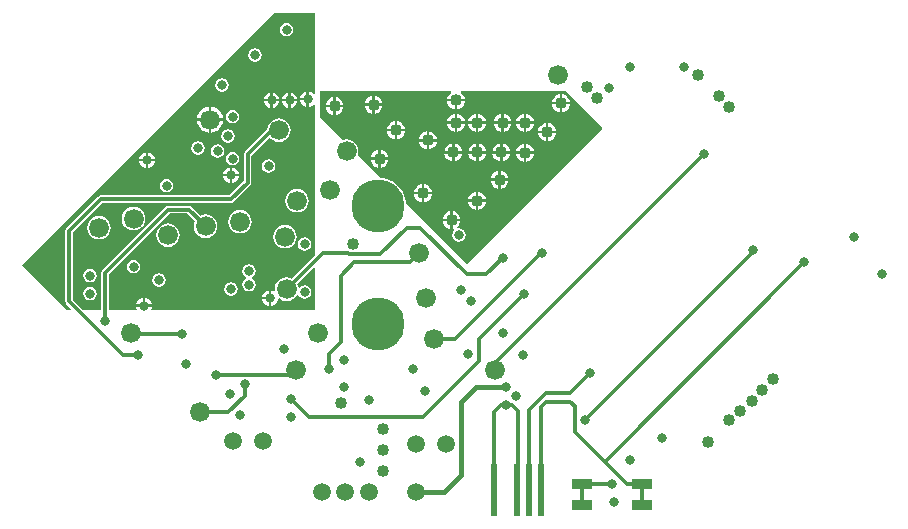
<source format=gbl>
%FSLAX24Y24*%
%MOIN*%
G70*
G01*
G75*
G04 Layer_Physical_Order=4*
G04 Layer_Color=16711680*
%ADD10R,0.0354X0.0276*%
%ADD11R,0.0315X0.0354*%
%ADD12R,0.0354X0.0315*%
%ADD13R,0.0236X0.0197*%
%ADD14R,0.0236X0.0591*%
%ADD15R,0.0197X0.0236*%
%ADD16R,0.0335X0.0157*%
%ADD17R,0.0276X0.0354*%
%ADD18R,0.0157X0.0335*%
%ADD19R,0.0512X0.0217*%
%ADD20R,0.0157X0.0157*%
%ADD21R,0.0118X0.0209*%
%ADD22R,0.0118X0.0193*%
%ADD23O,0.0118X0.0650*%
%ADD24R,0.0394X0.0217*%
G04:AMPARAMS|DCode=25|XSize=59.8mil|YSize=30mil|CornerRadius=0mil|HoleSize=0mil|Usage=FLASHONLY|Rotation=225.000|XOffset=0mil|YOffset=0mil|HoleType=Round|Shape=Rectangle|*
%AMROTATEDRECTD25*
4,1,4,0.0106,0.0318,0.0318,0.0106,-0.0106,-0.0318,-0.0318,-0.0106,0.0106,0.0318,0.0*
%
%ADD25ROTATEDRECTD25*%

G04:AMPARAMS|DCode=26|XSize=59.8mil|YSize=30mil|CornerRadius=0mil|HoleSize=0mil|Usage=FLASHONLY|Rotation=135.000|XOffset=0mil|YOffset=0mil|HoleType=Round|Shape=Rectangle|*
%AMROTATEDRECTD26*
4,1,4,0.0318,-0.0106,0.0106,-0.0318,-0.0318,0.0106,-0.0106,0.0318,0.0318,-0.0106,0.0*
%
%ADD26ROTATEDRECTD26*%

G04:AMPARAMS|DCode=27|XSize=60mil|YSize=30mil|CornerRadius=0mil|HoleSize=0mil|Usage=FLASHONLY|Rotation=135.000|XOffset=0mil|YOffset=0mil|HoleType=Round|Shape=Rectangle|*
%AMROTATEDRECTD27*
4,1,4,0.0318,-0.0106,0.0106,-0.0318,-0.0318,0.0106,-0.0106,0.0318,0.0318,-0.0106,0.0*
%
%ADD27ROTATEDRECTD27*%

%ADD28R,0.0240X0.1750*%
G04:AMPARAMS|DCode=29|XSize=35.4mil|YSize=31.5mil|CornerRadius=0mil|HoleSize=0mil|Usage=FLASHONLY|Rotation=315.000|XOffset=0mil|YOffset=0mil|HoleType=Round|Shape=Rectangle|*
%AMROTATEDRECTD29*
4,1,4,-0.0237,0.0014,-0.0014,0.0237,0.0237,-0.0014,0.0014,-0.0237,-0.0237,0.0014,0.0*
%
%ADD29ROTATEDRECTD29*%

%ADD30R,0.0098X0.0591*%
%ADD31R,0.0394X0.0591*%
%ADD32C,0.0120*%
%ADD33C,0.0150*%
%ADD34C,0.0200*%
%ADD35C,0.0984*%
%ADD36C,0.0591*%
%ADD37C,0.0661*%
%ADD38C,0.1772*%
%ADD39C,0.0400*%
%ADD40C,0.0320*%
%ADD41R,0.0661X0.0319*%
G36*
X9900Y14216D02*
X9853Y14199D01*
X9839Y14218D01*
X9784Y14259D01*
X9721Y14285D01*
X9693Y14289D01*
Y14032D01*
Y13775D01*
X9721Y13779D01*
X9784Y13805D01*
X9839Y13847D01*
X9853Y13865D01*
X9900Y13849D01*
Y8823D01*
X9127Y8050D01*
X9052Y8081D01*
X8950Y8094D01*
X8848Y8081D01*
X8753Y8041D01*
X8671Y7979D01*
X8609Y7897D01*
X8569Y7802D01*
X8556Y7700D01*
X8560Y7665D01*
X8553Y7655D01*
X8521Y7631D01*
X8468Y7653D01*
X8440Y7657D01*
Y7400D01*
Y7143D01*
X8468Y7147D01*
X8531Y7173D01*
X8585Y7215D01*
X8627Y7269D01*
X8653Y7332D01*
X8659Y7376D01*
X8705Y7395D01*
X8753Y7359D01*
X8848Y7319D01*
X8950Y7306D01*
X9052Y7319D01*
X9147Y7359D01*
X9229Y7421D01*
X9291Y7503D01*
X9294Y7508D01*
X9343Y7513D01*
X9391Y7441D01*
X9464Y7393D01*
X9550Y7376D01*
X9636Y7393D01*
X9709Y7441D01*
X9757Y7514D01*
X9774Y7600D01*
X9757Y7686D01*
X9709Y7759D01*
X9636Y7807D01*
X9550Y7824D01*
X9464Y7807D01*
X9391Y7759D01*
X9385Y7749D01*
X9336Y7760D01*
X9331Y7802D01*
X9300Y7877D01*
X9854Y8431D01*
X9900Y8412D01*
Y7000D01*
X4464D01*
X4437Y7042D01*
X4453Y7082D01*
X4457Y7110D01*
X3943D01*
X3947Y7082D01*
X3963Y7042D01*
X3936Y7000D01*
X3022D01*
Y8199D01*
X5051Y10228D01*
X5649D01*
X5900Y9977D01*
X5869Y9902D01*
X5856Y9800D01*
X5869Y9698D01*
X5909Y9603D01*
X5971Y9521D01*
X6053Y9459D01*
X6148Y9419D01*
X6250Y9406D01*
X6352Y9419D01*
X6447Y9459D01*
X6529Y9521D01*
X6591Y9603D01*
X6631Y9698D01*
X6644Y9800D01*
X6631Y9902D01*
X6591Y9997D01*
X6529Y10079D01*
X6447Y10141D01*
X6352Y10181D01*
X6250Y10194D01*
X6148Y10181D01*
X6073Y10150D01*
X5787Y10437D01*
X5747Y10463D01*
X5700Y10472D01*
X5000D01*
X4953Y10463D01*
X4913Y10437D01*
X2813Y8337D01*
X2787Y8297D01*
X2778Y8250D01*
Y7000D01*
X2173D01*
X1822Y7351D01*
Y9599D01*
X2801Y10578D01*
X7100D01*
X7147Y10587D01*
X7187Y10613D01*
X7187Y10613D01*
X7187Y10613D01*
X7737Y11163D01*
X7763Y11203D01*
X7763Y11203D01*
X7763Y11203D01*
X7772Y11250D01*
Y12149D01*
X8361Y12738D01*
X8411Y12735D01*
X8421Y12721D01*
X8503Y12659D01*
X8598Y12619D01*
X8700Y12606D01*
X8802Y12619D01*
X8897Y12659D01*
X8979Y12721D01*
X9041Y12803D01*
X9081Y12898D01*
X9094Y13000D01*
X9081Y13102D01*
X9041Y13197D01*
X8979Y13279D01*
X8897Y13341D01*
X8802Y13381D01*
X8700Y13394D01*
X8598Y13381D01*
X8503Y13341D01*
X8421Y13279D01*
X8359Y13197D01*
X8319Y13102D01*
X8310Y13033D01*
X7563Y12287D01*
X7537Y12247D01*
X7528Y12200D01*
Y11301D01*
X7049Y10822D01*
X2750D01*
X2703Y10813D01*
X2663Y10787D01*
X1613Y9737D01*
X1587Y9697D01*
X1578Y9650D01*
Y7300D01*
X1578Y7300D01*
X1578D01*
X1587Y7253D01*
X1613Y7213D01*
X1781Y7046D01*
X1762Y7000D01*
X1621D01*
X121Y8500D01*
X8535Y16915D01*
X9900D01*
Y14216D01*
D02*
G37*
G36*
X19475Y13075D02*
X19475Y13025D01*
X14950Y8550D01*
X12942Y10558D01*
X12932Y10654D01*
X12878Y10832D01*
X12790Y10997D01*
X12672Y11141D01*
X12528Y11259D01*
X12364Y11347D01*
X12185Y11401D01*
X12090Y11410D01*
X11322Y12178D01*
X11331Y12198D01*
X11344Y12300D01*
X11331Y12402D01*
X11291Y12497D01*
X11229Y12579D01*
X11147Y12641D01*
X11052Y12681D01*
X10950Y12694D01*
X10848Y12681D01*
X10828Y12672D01*
X10050Y13450D01*
Y14300D01*
X14420D01*
X14436Y14253D01*
X14386Y14214D01*
X14338Y14151D01*
X14308Y14078D01*
X14303Y14040D01*
X14897D01*
X14892Y14078D01*
X14862Y14151D01*
X14814Y14214D01*
X14764Y14253D01*
X14780Y14300D01*
X18250D01*
X19475Y13075D01*
D02*
G37*
%LPC*%
G36*
X12347Y12010D02*
X12090D01*
Y11753D01*
X12128Y11758D01*
X12201Y11788D01*
X12264Y11836D01*
X12312Y11899D01*
X12342Y11972D01*
X12347Y12010D01*
D02*
G37*
G36*
X4557Y11960D02*
X4340D01*
Y11743D01*
X4368Y11747D01*
X4431Y11773D01*
X4485Y11815D01*
X4527Y11869D01*
X4553Y11932D01*
X4557Y11960D01*
D02*
G37*
G36*
X12010Y12010D02*
X11753D01*
X11758Y11972D01*
X11788Y11899D01*
X11836Y11836D01*
X11899Y11788D01*
X11972Y11758D01*
X12010Y11753D01*
Y12010D01*
D02*
G37*
G36*
X17197Y12210D02*
X16940D01*
Y11953D01*
X16978Y11958D01*
X17051Y11988D01*
X17114Y12036D01*
X17162Y12099D01*
X17192Y12172D01*
X17197Y12210D01*
D02*
G37*
G36*
X14470Y12220D02*
X14213D01*
X14218Y12182D01*
X14248Y12109D01*
X14296Y12046D01*
X14359Y11998D01*
X14432Y11968D01*
X14470Y11963D01*
Y12220D01*
D02*
G37*
G36*
X7150Y12274D02*
X7064Y12257D01*
X6991Y12209D01*
X6943Y12136D01*
X6926Y12050D01*
X6943Y11964D01*
X6991Y11891D01*
X7064Y11843D01*
X7150Y11826D01*
X7236Y11843D01*
X7309Y11891D01*
X7357Y11964D01*
X7374Y12050D01*
X7357Y12136D01*
X7309Y12209D01*
X7236Y12257D01*
X7150Y12274D01*
D02*
G37*
G36*
X16860Y12210D02*
X16603D01*
X16608Y12172D01*
X16638Y12099D01*
X16686Y12036D01*
X16749Y11988D01*
X16822Y11958D01*
X16860Y11953D01*
Y12210D01*
D02*
G37*
G36*
X4260Y11960D02*
X4043D01*
X4047Y11932D01*
X4073Y11869D01*
X4115Y11815D01*
X4169Y11773D01*
X4232Y11747D01*
X4260Y11743D01*
Y11960D01*
D02*
G37*
G36*
X16010Y11647D02*
X15972Y11642D01*
X15899Y11612D01*
X15836Y11564D01*
X15788Y11501D01*
X15758Y11428D01*
X15753Y11390D01*
X16010D01*
Y11647D01*
D02*
G37*
G36*
X7357Y11460D02*
X7140D01*
Y11243D01*
X7168Y11247D01*
X7231Y11273D01*
X7285Y11315D01*
X7327Y11369D01*
X7353Y11432D01*
X7357Y11460D01*
D02*
G37*
G36*
X7060D02*
X6843D01*
X6847Y11432D01*
X6873Y11369D01*
X6915Y11315D01*
X6969Y11273D01*
X7032Y11247D01*
X7060Y11243D01*
Y11460D01*
D02*
G37*
G36*
X16090Y11647D02*
Y11390D01*
X16347D01*
X16342Y11428D01*
X16312Y11501D01*
X16264Y11564D01*
X16201Y11612D01*
X16128Y11642D01*
X16090Y11647D01*
D02*
G37*
G36*
X8350Y12024D02*
X8264Y12007D01*
X8191Y11959D01*
X8143Y11886D01*
X8126Y11800D01*
X8143Y11714D01*
X8191Y11641D01*
X8264Y11593D01*
X8350Y11576D01*
X8436Y11593D01*
X8509Y11641D01*
X8557Y11714D01*
X8574Y11800D01*
X8557Y11886D01*
X8509Y11959D01*
X8436Y12007D01*
X8350Y12024D01*
D02*
G37*
G36*
X7140Y11757D02*
Y11540D01*
X7357D01*
X7353Y11568D01*
X7327Y11631D01*
X7285Y11685D01*
X7231Y11727D01*
X7168Y11753D01*
X7140Y11757D01*
D02*
G37*
G36*
X7060D02*
X7032Y11753D01*
X6969Y11727D01*
X6915Y11685D01*
X6873Y11631D01*
X6847Y11568D01*
X6843Y11540D01*
X7060D01*
Y11757D01*
D02*
G37*
G36*
X14807Y12220D02*
X14550D01*
Y11963D01*
X14588Y11968D01*
X14661Y11998D01*
X14724Y12046D01*
X14772Y12109D01*
X14802Y12182D01*
X14807Y12220D01*
D02*
G37*
G36*
X16860Y12547D02*
X16822Y12542D01*
X16749Y12512D01*
X16686Y12464D01*
X16638Y12401D01*
X16608Y12328D01*
X16603Y12290D01*
X16860D01*
Y12547D01*
D02*
G37*
G36*
X6000Y12624D02*
X5914Y12607D01*
X5841Y12559D01*
X5793Y12486D01*
X5776Y12400D01*
X5793Y12314D01*
X5841Y12241D01*
X5914Y12193D01*
X6000Y12176D01*
X6086Y12193D01*
X6159Y12241D01*
X6207Y12314D01*
X6224Y12400D01*
X6207Y12486D01*
X6159Y12559D01*
X6086Y12607D01*
X6000Y12624D01*
D02*
G37*
G36*
X12090Y12347D02*
Y12090D01*
X12347D01*
X12342Y12128D01*
X12312Y12201D01*
X12264Y12264D01*
X12201Y12312D01*
X12128Y12342D01*
X12090Y12347D01*
D02*
G37*
G36*
X16940Y12547D02*
Y12290D01*
X17197D01*
X17192Y12328D01*
X17162Y12401D01*
X17114Y12464D01*
X17051Y12512D01*
X16978Y12542D01*
X16940Y12547D01*
D02*
G37*
G36*
X15270Y12557D02*
X15232Y12552D01*
X15159Y12522D01*
X15096Y12474D01*
X15048Y12411D01*
X15018Y12338D01*
X15013Y12300D01*
X15270D01*
Y12557D01*
D02*
G37*
G36*
X14550D02*
Y12300D01*
X14807D01*
X14802Y12338D01*
X14772Y12411D01*
X14724Y12474D01*
X14661Y12522D01*
X14588Y12552D01*
X14550Y12557D01*
D02*
G37*
G36*
X14470D02*
X14432Y12552D01*
X14359Y12522D01*
X14296Y12474D01*
X14248Y12411D01*
X14218Y12338D01*
X14213Y12300D01*
X14470D01*
Y12557D01*
D02*
G37*
G36*
X12010Y12347D02*
X11972Y12342D01*
X11899Y12312D01*
X11836Y12264D01*
X11788Y12201D01*
X11758Y12128D01*
X11753Y12090D01*
X12010D01*
Y12347D01*
D02*
G37*
G36*
X16070Y12220D02*
X15813D01*
X15818Y12182D01*
X15848Y12109D01*
X15896Y12046D01*
X15959Y11998D01*
X16032Y11968D01*
X16070Y11963D01*
Y12220D01*
D02*
G37*
G36*
X15607D02*
X15350D01*
Y11963D01*
X15388Y11968D01*
X15461Y11998D01*
X15524Y12046D01*
X15572Y12109D01*
X15602Y12182D01*
X15607Y12220D01*
D02*
G37*
G36*
X15270D02*
X15013D01*
X15018Y12182D01*
X15048Y12109D01*
X15096Y12046D01*
X15159Y11998D01*
X15232Y11968D01*
X15270Y11963D01*
Y12220D01*
D02*
G37*
G36*
X16407D02*
X16150D01*
Y11963D01*
X16188Y11968D01*
X16261Y11998D01*
X16324Y12046D01*
X16372Y12109D01*
X16402Y12182D01*
X16407Y12220D01*
D02*
G37*
G36*
X6650Y12524D02*
X6564Y12507D01*
X6491Y12459D01*
X6443Y12386D01*
X6426Y12300D01*
X6443Y12214D01*
X6491Y12141D01*
X6564Y12093D01*
X6650Y12076D01*
X6736Y12093D01*
X6809Y12141D01*
X6857Y12214D01*
X6874Y12300D01*
X6857Y12386D01*
X6809Y12459D01*
X6736Y12507D01*
X6650Y12524D01*
D02*
G37*
G36*
X4340Y12257D02*
Y12040D01*
X4557D01*
X4553Y12068D01*
X4527Y12131D01*
X4485Y12185D01*
X4431Y12227D01*
X4368Y12253D01*
X4340Y12257D01*
D02*
G37*
G36*
X4260D02*
X4232Y12253D01*
X4169Y12227D01*
X4115Y12185D01*
X4073Y12131D01*
X4047Y12068D01*
X4043Y12040D01*
X4260D01*
Y12257D01*
D02*
G37*
G36*
X16347Y11310D02*
X16090D01*
Y11053D01*
X16128Y11058D01*
X16201Y11088D01*
X16264Y11136D01*
X16312Y11199D01*
X16342Y11272D01*
X16347Y11310D01*
D02*
G37*
G36*
X9550Y9424D02*
X9464Y9407D01*
X9391Y9359D01*
X9343Y9286D01*
X9326Y9200D01*
X9343Y9114D01*
X9391Y9041D01*
X9464Y8993D01*
X9550Y8976D01*
X9636Y8993D01*
X9709Y9041D01*
X9757Y9114D01*
X9774Y9200D01*
X9757Y9286D01*
X9709Y9359D01*
X9636Y9407D01*
X9550Y9424D01*
D02*
G37*
G36*
X3850Y8674D02*
X3764Y8657D01*
X3691Y8609D01*
X3643Y8536D01*
X3626Y8450D01*
X3643Y8364D01*
X3691Y8291D01*
X3764Y8243D01*
X3850Y8226D01*
X3936Y8243D01*
X4009Y8291D01*
X4057Y8364D01*
X4074Y8450D01*
X4057Y8536D01*
X4009Y8609D01*
X3936Y8657D01*
X3850Y8674D01*
D02*
G37*
G36*
X2400Y8374D02*
X2314Y8357D01*
X2241Y8309D01*
X2193Y8236D01*
X2176Y8150D01*
X2193Y8064D01*
X2241Y7991D01*
X2314Y7943D01*
X2400Y7926D01*
X2486Y7943D01*
X2559Y7991D01*
X2607Y8064D01*
X2624Y8150D01*
X2607Y8236D01*
X2559Y8309D01*
X2486Y8357D01*
X2400Y8374D01*
D02*
G37*
G36*
X8900Y9844D02*
X8798Y9831D01*
X8703Y9791D01*
X8621Y9729D01*
X8559Y9647D01*
X8519Y9552D01*
X8506Y9450D01*
X8519Y9348D01*
X8559Y9253D01*
X8621Y9171D01*
X8703Y9109D01*
X8798Y9069D01*
X8900Y9056D01*
X9002Y9069D01*
X9097Y9109D01*
X9179Y9171D01*
X9241Y9253D01*
X9281Y9348D01*
X9294Y9450D01*
X9281Y9552D01*
X9241Y9647D01*
X9179Y9729D01*
X9097Y9791D01*
X9002Y9831D01*
X8900Y9844D01*
D02*
G37*
G36*
X2700Y10144D02*
X2598Y10131D01*
X2503Y10091D01*
X2421Y10029D01*
X2359Y9947D01*
X2319Y9852D01*
X2306Y9750D01*
X2319Y9648D01*
X2359Y9553D01*
X2421Y9471D01*
X2503Y9409D01*
X2598Y9369D01*
X2700Y9356D01*
X2802Y9369D01*
X2897Y9409D01*
X2979Y9471D01*
X3041Y9553D01*
X3081Y9648D01*
X3094Y9750D01*
X3081Y9852D01*
X3041Y9947D01*
X2979Y10029D01*
X2897Y10091D01*
X2802Y10131D01*
X2700Y10144D01*
D02*
G37*
G36*
X14747Y9960D02*
X14490D01*
Y9703D01*
X14518Y9706D01*
X14536Y9660D01*
X14535Y9659D01*
X14486Y9586D01*
X14469Y9500D01*
X14486Y9414D01*
X14535Y9341D01*
X14607Y9293D01*
X14693Y9276D01*
X14779Y9293D01*
X14852Y9341D01*
X14900Y9414D01*
X14917Y9500D01*
X14900Y9586D01*
X14852Y9659D01*
X14779Y9707D01*
X14693Y9724D01*
X14653Y9716D01*
X14633Y9762D01*
X14664Y9786D01*
X14712Y9849D01*
X14742Y9922D01*
X14747Y9960D01*
D02*
G37*
G36*
X5000Y9894D02*
X4898Y9881D01*
X4803Y9841D01*
X4721Y9779D01*
X4659Y9697D01*
X4619Y9602D01*
X4606Y9500D01*
X4619Y9398D01*
X4659Y9303D01*
X4721Y9221D01*
X4803Y9159D01*
X4898Y9119D01*
X5000Y9106D01*
X5102Y9119D01*
X5197Y9159D01*
X5279Y9221D01*
X5341Y9303D01*
X5381Y9398D01*
X5394Y9500D01*
X5381Y9602D01*
X5341Y9697D01*
X5279Y9779D01*
X5197Y9841D01*
X5102Y9881D01*
X5000Y9894D01*
D02*
G37*
G36*
X4700Y8224D02*
X4614Y8207D01*
X4541Y8159D01*
X4493Y8086D01*
X4476Y8000D01*
X4493Y7914D01*
X4541Y7841D01*
X4614Y7793D01*
X4700Y7776D01*
X4786Y7793D01*
X4859Y7841D01*
X4907Y7914D01*
X4924Y8000D01*
X4907Y8086D01*
X4859Y8159D01*
X4786Y8207D01*
X4700Y8224D01*
D02*
G37*
G36*
X4240Y7407D02*
Y7190D01*
X4457D01*
X4453Y7218D01*
X4427Y7281D01*
X4385Y7335D01*
X4331Y7377D01*
X4268Y7403D01*
X4240Y7407D01*
D02*
G37*
G36*
X4160D02*
X4132Y7403D01*
X4069Y7377D01*
X4015Y7335D01*
X3973Y7281D01*
X3947Y7218D01*
X3943Y7190D01*
X4160D01*
Y7407D01*
D02*
G37*
G36*
X8360Y7360D02*
X8143D01*
X8147Y7332D01*
X8173Y7269D01*
X8215Y7215D01*
X8269Y7173D01*
X8332Y7147D01*
X8360Y7143D01*
Y7360D01*
D02*
G37*
G36*
X2400Y7774D02*
X2314Y7757D01*
X2241Y7709D01*
X2193Y7636D01*
X2176Y7550D01*
X2193Y7464D01*
X2241Y7391D01*
X2314Y7343D01*
X2400Y7326D01*
X2486Y7343D01*
X2559Y7391D01*
X2607Y7464D01*
X2624Y7550D01*
X2607Y7636D01*
X2559Y7709D01*
X2486Y7757D01*
X2400Y7774D01*
D02*
G37*
G36*
X7700Y8524D02*
X7614Y8507D01*
X7541Y8459D01*
X7493Y8386D01*
X7476Y8300D01*
X7493Y8214D01*
X7541Y8141D01*
X7603Y8100D01*
Y8050D01*
X7541Y8009D01*
X7493Y7936D01*
X7476Y7850D01*
X7493Y7764D01*
X7541Y7691D01*
X7614Y7643D01*
X7700Y7626D01*
X7786Y7643D01*
X7859Y7691D01*
X7907Y7764D01*
X7924Y7850D01*
X7907Y7936D01*
X7859Y8009D01*
X7797Y8050D01*
Y8100D01*
X7859Y8141D01*
X7907Y8214D01*
X7924Y8300D01*
X7907Y8386D01*
X7859Y8459D01*
X7786Y8507D01*
X7700Y8524D01*
D02*
G37*
G36*
X7100Y7924D02*
X7014Y7907D01*
X6941Y7859D01*
X6893Y7786D01*
X6876Y7700D01*
X6893Y7614D01*
X6941Y7541D01*
X7014Y7493D01*
X7100Y7476D01*
X7186Y7493D01*
X7259Y7541D01*
X7307Y7614D01*
X7324Y7700D01*
X7307Y7786D01*
X7259Y7859D01*
X7186Y7907D01*
X7100Y7924D01*
D02*
G37*
G36*
X8360Y7657D02*
X8332Y7653D01*
X8269Y7627D01*
X8215Y7585D01*
X8173Y7531D01*
X8147Y7468D01*
X8143Y7440D01*
X8360D01*
Y7657D01*
D02*
G37*
G36*
X7400Y10344D02*
X7298Y10331D01*
X7203Y10291D01*
X7121Y10229D01*
X7059Y10147D01*
X7019Y10052D01*
X7006Y9950D01*
X7019Y9848D01*
X7059Y9753D01*
X7121Y9671D01*
X7203Y9609D01*
X7298Y9569D01*
X7400Y9556D01*
X7502Y9569D01*
X7597Y9609D01*
X7679Y9671D01*
X7741Y9753D01*
X7781Y9848D01*
X7794Y9950D01*
X7781Y10052D01*
X7741Y10147D01*
X7679Y10229D01*
X7597Y10291D01*
X7502Y10331D01*
X7400Y10344D01*
D02*
G37*
G36*
X15340Y10947D02*
Y10690D01*
X15597D01*
X15592Y10728D01*
X15562Y10801D01*
X15514Y10864D01*
X15451Y10912D01*
X15378Y10942D01*
X15340Y10947D01*
D02*
G37*
G36*
X15260D02*
X15222Y10942D01*
X15149Y10912D01*
X15086Y10864D01*
X15038Y10801D01*
X15008Y10728D01*
X15003Y10690D01*
X15260D01*
Y10947D01*
D02*
G37*
G36*
X13797Y10860D02*
X13540D01*
Y10603D01*
X13578Y10608D01*
X13651Y10638D01*
X13714Y10686D01*
X13762Y10749D01*
X13792Y10822D01*
X13797Y10860D01*
D02*
G37*
G36*
X4950Y11374D02*
X4864Y11357D01*
X4791Y11309D01*
X4743Y11236D01*
X4726Y11150D01*
X4743Y11064D01*
X4791Y10991D01*
X4864Y10943D01*
X4950Y10926D01*
X5036Y10943D01*
X5109Y10991D01*
X5157Y11064D01*
X5174Y11150D01*
X5157Y11236D01*
X5109Y11309D01*
X5036Y11357D01*
X4950Y11374D01*
D02*
G37*
G36*
X16010Y11310D02*
X15753D01*
X15758Y11272D01*
X15788Y11199D01*
X15836Y11136D01*
X15899Y11088D01*
X15972Y11058D01*
X16010Y11053D01*
Y11310D01*
D02*
G37*
G36*
X13540Y11197D02*
Y10940D01*
X13797D01*
X13792Y10978D01*
X13762Y11051D01*
X13714Y11114D01*
X13651Y11162D01*
X13578Y11192D01*
X13540Y11197D01*
D02*
G37*
G36*
X13460D02*
X13422Y11192D01*
X13349Y11162D01*
X13286Y11114D01*
X13238Y11051D01*
X13208Y10978D01*
X13203Y10940D01*
X13460D01*
Y11197D01*
D02*
G37*
G36*
Y10860D02*
X13203D01*
X13208Y10822D01*
X13238Y10749D01*
X13286Y10686D01*
X13349Y10638D01*
X13422Y10608D01*
X13460Y10603D01*
Y10860D01*
D02*
G37*
G36*
X14410Y10297D02*
X14372Y10292D01*
X14299Y10262D01*
X14236Y10214D01*
X14188Y10151D01*
X14158Y10078D01*
X14153Y10040D01*
X14410D01*
Y10297D01*
D02*
G37*
G36*
Y9960D02*
X14153D01*
X14158Y9922D01*
X14188Y9849D01*
X14236Y9786D01*
X14299Y9738D01*
X14372Y9708D01*
X14410Y9703D01*
Y9960D01*
D02*
G37*
G36*
X3850Y10444D02*
X3748Y10431D01*
X3653Y10391D01*
X3571Y10329D01*
X3509Y10247D01*
X3469Y10152D01*
X3456Y10050D01*
X3469Y9948D01*
X3509Y9853D01*
X3571Y9771D01*
X3653Y9709D01*
X3748Y9669D01*
X3850Y9656D01*
X3952Y9669D01*
X4047Y9709D01*
X4129Y9771D01*
X4191Y9853D01*
X4231Y9948D01*
X4244Y10050D01*
X4231Y10152D01*
X4191Y10247D01*
X4129Y10329D01*
X4047Y10391D01*
X3952Y10431D01*
X3850Y10444D01*
D02*
G37*
G36*
X14490Y10297D02*
Y10040D01*
X14747D01*
X14742Y10078D01*
X14712Y10151D01*
X14664Y10214D01*
X14601Y10262D01*
X14528Y10292D01*
X14490Y10297D01*
D02*
G37*
G36*
X15597Y10610D02*
X15340D01*
Y10353D01*
X15378Y10358D01*
X15451Y10388D01*
X15514Y10436D01*
X15562Y10499D01*
X15592Y10572D01*
X15597Y10610D01*
D02*
G37*
G36*
X15260D02*
X15003D01*
X15008Y10572D01*
X15038Y10499D01*
X15086Y10436D01*
X15149Y10388D01*
X15222Y10358D01*
X15260Y10353D01*
Y10610D01*
D02*
G37*
G36*
X9300Y11044D02*
X9198Y11031D01*
X9103Y10991D01*
X9021Y10929D01*
X8959Y10847D01*
X8919Y10752D01*
X8906Y10650D01*
X8919Y10548D01*
X8959Y10453D01*
X9021Y10371D01*
X9103Y10309D01*
X9198Y10269D01*
X9300Y10256D01*
X9402Y10269D01*
X9497Y10309D01*
X9579Y10371D01*
X9641Y10453D01*
X9681Y10548D01*
X9694Y10650D01*
X9681Y10752D01*
X9641Y10847D01*
X9579Y10929D01*
X9497Y10991D01*
X9402Y11031D01*
X9300Y11044D01*
D02*
G37*
G36*
X15350Y12557D02*
Y12300D01*
X15607D01*
X15602Y12338D01*
X15572Y12411D01*
X15524Y12474D01*
X15461Y12522D01*
X15388Y12552D01*
X15350Y12557D01*
D02*
G37*
G36*
X14560Y13960D02*
X14303D01*
X14308Y13922D01*
X14338Y13849D01*
X14386Y13786D01*
X14449Y13738D01*
X14522Y13708D01*
X14560Y13703D01*
Y13960D01*
D02*
G37*
G36*
X18397Y13860D02*
X18140D01*
Y13603D01*
X18178Y13608D01*
X18251Y13638D01*
X18314Y13686D01*
X18362Y13749D01*
X18392Y13822D01*
X18397Y13860D01*
D02*
G37*
G36*
X18060D02*
X17803D01*
X17808Y13822D01*
X17838Y13749D01*
X17886Y13686D01*
X17949Y13638D01*
X18022Y13608D01*
X18060Y13603D01*
Y13860D01*
D02*
G37*
G36*
X14897Y13960D02*
X14640D01*
Y13703D01*
X14678Y13708D01*
X14751Y13738D01*
X14814Y13786D01*
X14862Y13849D01*
X14892Y13922D01*
X14897Y13960D01*
D02*
G37*
G36*
X9010D02*
X8793D01*
X8797Y13932D01*
X8823Y13869D01*
X8865Y13815D01*
X8919Y13773D01*
X8982Y13747D01*
X9010Y13743D01*
Y13960D01*
D02*
G37*
G36*
X8707D02*
X8490D01*
Y13743D01*
X8518Y13747D01*
X8581Y13773D01*
X8635Y13815D01*
X8677Y13869D01*
X8703Y13932D01*
X8707Y13960D01*
D02*
G37*
G36*
X8410D02*
X8193D01*
X8197Y13932D01*
X8223Y13869D01*
X8265Y13815D01*
X8319Y13773D01*
X8382Y13747D01*
X8410Y13743D01*
Y13960D01*
D02*
G37*
G36*
X12147Y13810D02*
X11890D01*
Y13553D01*
X11928Y13558D01*
X12001Y13588D01*
X12064Y13636D01*
X12112Y13699D01*
X12142Y13772D01*
X12147Y13810D01*
D02*
G37*
G36*
X6360Y13779D02*
X6288Y13770D01*
X6183Y13726D01*
X6093Y13657D01*
X6024Y13567D01*
X5980Y13462D01*
X5971Y13390D01*
X6360D01*
Y13779D01*
D02*
G37*
G36*
X16940Y13547D02*
Y13290D01*
X17197D01*
X17192Y13328D01*
X17162Y13401D01*
X17114Y13464D01*
X17051Y13512D01*
X16978Y13542D01*
X16940Y13547D01*
D02*
G37*
G36*
X16860D02*
X16822Y13542D01*
X16749Y13512D01*
X16686Y13464D01*
X16638Y13401D01*
X16608Y13328D01*
X16603Y13290D01*
X16860D01*
Y13547D01*
D02*
G37*
G36*
X6440Y13779D02*
Y13390D01*
X6829D01*
X6820Y13462D01*
X6776Y13567D01*
X6707Y13657D01*
X6617Y13726D01*
X6512Y13770D01*
X6440Y13779D01*
D02*
G37*
G36*
X11810Y13810D02*
X11553D01*
X11558Y13772D01*
X11588Y13699D01*
X11636Y13636D01*
X11699Y13588D01*
X11772Y13558D01*
X11810Y13553D01*
Y13810D01*
D02*
G37*
G36*
X10847Y13760D02*
X10590D01*
Y13503D01*
X10628Y13508D01*
X10701Y13538D01*
X10764Y13586D01*
X10812Y13649D01*
X10842Y13722D01*
X10847Y13760D01*
D02*
G37*
G36*
X10510D02*
X10253D01*
X10258Y13722D01*
X10288Y13649D01*
X10336Y13586D01*
X10399Y13538D01*
X10472Y13508D01*
X10510Y13503D01*
Y13760D01*
D02*
G37*
G36*
X9307Y13960D02*
X9090D01*
Y13743D01*
X9118Y13747D01*
X9181Y13773D01*
X9235Y13815D01*
X9277Y13869D01*
X9303Y13932D01*
X9307Y13960D01*
D02*
G37*
G36*
X9090Y14257D02*
Y14040D01*
X9307D01*
X9303Y14068D01*
X9277Y14131D01*
X9235Y14185D01*
X9181Y14227D01*
X9118Y14253D01*
X9090Y14257D01*
D02*
G37*
G36*
X9010D02*
X8982Y14253D01*
X8919Y14227D01*
X8865Y14185D01*
X8823Y14131D01*
X8797Y14068D01*
X8793Y14040D01*
X9010D01*
Y14257D01*
D02*
G37*
G36*
X8490D02*
Y14040D01*
X8707D01*
X8703Y14068D01*
X8677Y14131D01*
X8635Y14185D01*
X8581Y14227D01*
X8518Y14253D01*
X8490Y14257D01*
D02*
G37*
G36*
X9613Y14289D02*
X9585Y14285D01*
X9522Y14259D01*
X9468Y14218D01*
X9426Y14163D01*
X9400Y14100D01*
X9396Y14072D01*
X9613D01*
Y14289D01*
D02*
G37*
G36*
X8950Y16574D02*
X8864Y16557D01*
X8791Y16509D01*
X8743Y16436D01*
X8726Y16350D01*
X8743Y16264D01*
X8791Y16191D01*
X8864Y16143D01*
X8950Y16126D01*
X9036Y16143D01*
X9109Y16191D01*
X9157Y16264D01*
X9174Y16350D01*
X9157Y16436D01*
X9109Y16509D01*
X9036Y16557D01*
X8950Y16574D01*
D02*
G37*
G36*
X7900Y15724D02*
X7814Y15707D01*
X7741Y15659D01*
X7693Y15586D01*
X7676Y15500D01*
X7693Y15414D01*
X7741Y15341D01*
X7814Y15293D01*
X7900Y15276D01*
X7986Y15293D01*
X8059Y15341D01*
X8107Y15414D01*
X8124Y15500D01*
X8107Y15586D01*
X8059Y15659D01*
X7986Y15707D01*
X7900Y15724D01*
D02*
G37*
G36*
X6800Y14724D02*
X6714Y14707D01*
X6641Y14659D01*
X6593Y14586D01*
X6576Y14500D01*
X6593Y14414D01*
X6641Y14341D01*
X6714Y14293D01*
X6800Y14276D01*
X6886Y14293D01*
X6959Y14341D01*
X7007Y14414D01*
X7024Y14500D01*
X7007Y14586D01*
X6959Y14659D01*
X6886Y14707D01*
X6800Y14724D01*
D02*
G37*
G36*
X8410Y14257D02*
X8382Y14253D01*
X8319Y14227D01*
X8265Y14185D01*
X8223Y14131D01*
X8197Y14068D01*
X8193Y14040D01*
X8410D01*
Y14257D01*
D02*
G37*
G36*
X10590Y14097D02*
Y13840D01*
X10847D01*
X10842Y13878D01*
X10812Y13951D01*
X10764Y14014D01*
X10701Y14062D01*
X10628Y14092D01*
X10590Y14097D01*
D02*
G37*
G36*
X10510D02*
X10472Y14092D01*
X10399Y14062D01*
X10336Y14014D01*
X10288Y13951D01*
X10258Y13878D01*
X10253Y13840D01*
X10510D01*
Y14097D01*
D02*
G37*
G36*
X9613Y13992D02*
X9396D01*
X9400Y13964D01*
X9426Y13901D01*
X9468Y13847D01*
X9522Y13805D01*
X9585Y13779D01*
X9613Y13775D01*
Y13992D01*
D02*
G37*
G36*
X11810Y14147D02*
X11772Y14142D01*
X11699Y14112D01*
X11636Y14064D01*
X11588Y14001D01*
X11558Y13928D01*
X11553Y13890D01*
X11810D01*
Y14147D01*
D02*
G37*
G36*
X18140Y14197D02*
Y13940D01*
X18397D01*
X18392Y13978D01*
X18362Y14051D01*
X18314Y14114D01*
X18251Y14162D01*
X18178Y14192D01*
X18140Y14197D01*
D02*
G37*
G36*
X18060D02*
X18022Y14192D01*
X17949Y14162D01*
X17886Y14114D01*
X17838Y14051D01*
X17808Y13978D01*
X17803Y13940D01*
X18060D01*
Y14197D01*
D02*
G37*
G36*
X11890Y14147D02*
Y13890D01*
X12147D01*
X12142Y13928D01*
X12112Y14001D01*
X12064Y14064D01*
X12001Y14112D01*
X11928Y14142D01*
X11890Y14147D01*
D02*
G37*
G36*
X16190Y13547D02*
Y13290D01*
X16447D01*
X16442Y13328D01*
X16412Y13401D01*
X16364Y13464D01*
X16301Y13512D01*
X16228Y13542D01*
X16190Y13547D01*
D02*
G37*
G36*
X12897Y12960D02*
X12640D01*
Y12703D01*
X12678Y12708D01*
X12751Y12738D01*
X12814Y12786D01*
X12862Y12849D01*
X12892Y12922D01*
X12897Y12960D01*
D02*
G37*
G36*
X12560D02*
X12303D01*
X12308Y12922D01*
X12338Y12849D01*
X12386Y12786D01*
X12449Y12738D01*
X12522Y12708D01*
X12560Y12703D01*
Y12960D01*
D02*
G37*
G36*
X13700Y12957D02*
Y12700D01*
X13957D01*
X13952Y12738D01*
X13922Y12811D01*
X13874Y12874D01*
X13811Y12922D01*
X13738Y12952D01*
X13700Y12957D01*
D02*
G37*
G36*
X6360Y13310D02*
X5971D01*
X5980Y13238D01*
X6024Y13133D01*
X6093Y13043D01*
X6183Y12974D01*
X6288Y12930D01*
X6360Y12921D01*
Y13310D01*
D02*
G37*
G36*
X14897Y13210D02*
X14640D01*
Y12953D01*
X14678Y12958D01*
X14751Y12988D01*
X14814Y13036D01*
X14862Y13099D01*
X14892Y13172D01*
X14897Y13210D01*
D02*
G37*
G36*
X14560D02*
X14303D01*
X14308Y13172D01*
X14338Y13099D01*
X14386Y13036D01*
X14449Y12988D01*
X14522Y12958D01*
X14560Y12953D01*
Y13210D01*
D02*
G37*
G36*
X6829Y13310D02*
X6440D01*
Y12921D01*
X6512Y12930D01*
X6617Y12974D01*
X6707Y13043D01*
X6776Y13133D01*
X6820Y13238D01*
X6829Y13310D01*
D02*
G37*
G36*
X13620Y12957D02*
X13582Y12952D01*
X13509Y12922D01*
X13446Y12874D01*
X13398Y12811D01*
X13368Y12738D01*
X13363Y12700D01*
X13620D01*
Y12957D01*
D02*
G37*
G36*
Y12620D02*
X13363D01*
X13368Y12582D01*
X13398Y12509D01*
X13446Y12446D01*
X13509Y12398D01*
X13582Y12368D01*
X13620Y12363D01*
Y12620D01*
D02*
G37*
G36*
X16150Y12557D02*
Y12300D01*
X16407D01*
X16402Y12338D01*
X16372Y12411D01*
X16324Y12474D01*
X16261Y12522D01*
X16188Y12552D01*
X16150Y12557D01*
D02*
G37*
G36*
X16070D02*
X16032Y12552D01*
X15959Y12522D01*
X15896Y12474D01*
X15848Y12411D01*
X15818Y12338D01*
X15813Y12300D01*
X16070D01*
Y12557D01*
D02*
G37*
G36*
X13957Y12620D02*
X13700D01*
Y12363D01*
X13738Y12368D01*
X13811Y12398D01*
X13874Y12446D01*
X13922Y12509D01*
X13952Y12582D01*
X13957Y12620D01*
D02*
G37*
G36*
X17937Y12900D02*
X17680D01*
Y12643D01*
X17718Y12648D01*
X17791Y12678D01*
X17854Y12726D01*
X17902Y12789D01*
X17932Y12862D01*
X17937Y12900D01*
D02*
G37*
G36*
X17600D02*
X17343D01*
X17348Y12862D01*
X17378Y12789D01*
X17426Y12726D01*
X17489Y12678D01*
X17562Y12648D01*
X17600Y12643D01*
Y12900D01*
D02*
G37*
G36*
X7000Y13024D02*
X6914Y13007D01*
X6841Y12959D01*
X6793Y12886D01*
X6776Y12800D01*
X6793Y12714D01*
X6841Y12641D01*
X6914Y12593D01*
X7000Y12576D01*
X7086Y12593D01*
X7159Y12641D01*
X7207Y12714D01*
X7224Y12800D01*
X7207Y12886D01*
X7159Y12959D01*
X7086Y13007D01*
X7000Y13024D01*
D02*
G37*
G36*
X15260Y13210D02*
X15003D01*
X15008Y13172D01*
X15038Y13099D01*
X15086Y13036D01*
X15149Y12988D01*
X15222Y12958D01*
X15260Y12953D01*
Y13210D01*
D02*
G37*
G36*
X14560Y13547D02*
X14522Y13542D01*
X14449Y13512D01*
X14386Y13464D01*
X14338Y13401D01*
X14308Y13328D01*
X14303Y13290D01*
X14560D01*
Y13547D01*
D02*
G37*
G36*
X7150Y13674D02*
X7064Y13657D01*
X6991Y13609D01*
X6943Y13536D01*
X6926Y13450D01*
X6943Y13364D01*
X6991Y13291D01*
X7064Y13243D01*
X7150Y13226D01*
X7236Y13243D01*
X7309Y13291D01*
X7357Y13364D01*
X7374Y13450D01*
X7357Y13536D01*
X7309Y13609D01*
X7236Y13657D01*
X7150Y13674D01*
D02*
G37*
G36*
X12640Y13297D02*
Y13040D01*
X12897D01*
X12892Y13078D01*
X12862Y13151D01*
X12814Y13214D01*
X12751Y13262D01*
X12678Y13292D01*
X12640Y13297D01*
D02*
G37*
G36*
X14640Y13547D02*
Y13290D01*
X14897D01*
X14892Y13328D01*
X14862Y13401D01*
X14814Y13464D01*
X14751Y13512D01*
X14678Y13542D01*
X14640Y13547D01*
D02*
G37*
G36*
X16110D02*
X16072Y13542D01*
X15999Y13512D01*
X15936Y13464D01*
X15888Y13401D01*
X15858Y13328D01*
X15853Y13290D01*
X16110D01*
Y13547D01*
D02*
G37*
G36*
X15340D02*
Y13290D01*
X15597D01*
X15592Y13328D01*
X15562Y13401D01*
X15514Y13464D01*
X15451Y13512D01*
X15378Y13542D01*
X15340Y13547D01*
D02*
G37*
G36*
X15260D02*
X15222Y13542D01*
X15149Y13512D01*
X15086Y13464D01*
X15038Y13401D01*
X15008Y13328D01*
X15003Y13290D01*
X15260D01*
Y13547D01*
D02*
G37*
G36*
X12560Y13297D02*
X12522Y13292D01*
X12449Y13262D01*
X12386Y13214D01*
X12338Y13151D01*
X12308Y13078D01*
X12303Y13040D01*
X12560D01*
Y13297D01*
D02*
G37*
G36*
X16447Y13210D02*
X16190D01*
Y12953D01*
X16228Y12958D01*
X16301Y12988D01*
X16364Y13036D01*
X16412Y13099D01*
X16442Y13172D01*
X16447Y13210D01*
D02*
G37*
G36*
X16110D02*
X15853D01*
X15858Y13172D01*
X15888Y13099D01*
X15936Y13036D01*
X15999Y12988D01*
X16072Y12958D01*
X16110Y12953D01*
Y13210D01*
D02*
G37*
G36*
X15597D02*
X15340D01*
Y12953D01*
X15378Y12958D01*
X15451Y12988D01*
X15514Y13036D01*
X15562Y13099D01*
X15592Y13172D01*
X15597Y13210D01*
D02*
G37*
G36*
X16860D02*
X16603D01*
X16608Y13172D01*
X16638Y13099D01*
X16686Y13036D01*
X16749Y12988D01*
X16822Y12958D01*
X16860Y12953D01*
Y13210D01*
D02*
G37*
G36*
X17680Y13237D02*
Y12980D01*
X17937D01*
X17932Y13018D01*
X17902Y13091D01*
X17854Y13154D01*
X17791Y13202D01*
X17718Y13232D01*
X17680Y13237D01*
D02*
G37*
G36*
X17600D02*
X17562Y13232D01*
X17489Y13202D01*
X17426Y13154D01*
X17378Y13091D01*
X17348Y13018D01*
X17343Y12980D01*
X17600D01*
Y13237D01*
D02*
G37*
G36*
X17197Y13210D02*
X16940D01*
Y12953D01*
X16978Y12958D01*
X17051Y12988D01*
X17114Y13036D01*
X17162Y13099D01*
X17192Y13172D01*
X17197Y13210D01*
D02*
G37*
%LPD*%
D28*
X15856Y1000D02*
D03*
X16644D02*
D03*
X17037D02*
D03*
X17431D02*
D03*
D32*
X14550Y6050D02*
X17450Y8950D01*
Y8900D02*
Y8950D01*
X19550Y1950D02*
X20307Y1193D01*
X18550Y2950D02*
X19550Y1950D01*
X26200Y8600D01*
X20307Y1193D02*
X20800D01*
X15350Y5300D02*
Y6050D01*
X13500Y3450D02*
X15350Y5300D01*
X9700Y3450D02*
X13500D01*
X9100Y4050D02*
X9700Y3450D01*
X15350Y6050D02*
X16850Y7550D01*
X18550Y2950D02*
Y3800D01*
X18400Y3950D02*
X18550Y3800D01*
X17600Y3950D02*
X18400D01*
X24400Y9000D02*
X24500D01*
X18900Y3350D02*
X24500Y8950D01*
X3800Y6200D02*
X5455D01*
X3500Y5500D02*
X4000D01*
X1700Y7300D02*
X3500Y5500D01*
X1700Y7300D02*
Y9650D01*
X2750Y10700D01*
X7100D01*
X7650Y11250D01*
Y12200D01*
X8450Y13000D01*
X8700D01*
X2900Y6650D02*
Y8250D01*
X5000Y10350D01*
X5700D01*
X6250Y9800D01*
X11200Y8600D02*
X13050D01*
X13350Y8900D01*
X8950Y7700D02*
X10150Y8900D01*
X10997D01*
X11017Y8880D02*
X12080D01*
X12950Y9750D01*
X10997Y8900D02*
X11017Y8880D01*
X12950Y9750D02*
X13400D01*
X14950Y8200D01*
X15600D01*
X16150Y8750D01*
X13850Y6050D02*
X14550D01*
X15900Y5250D02*
X22850Y12200D01*
X15900Y5000D02*
Y5250D01*
X10350Y5050D02*
Y5550D01*
X10750Y5950D01*
Y8150D01*
X11200Y8600D01*
X15856Y1000D02*
Y3594D01*
X15850Y3600D02*
X15856Y3594D01*
X15850Y3600D02*
X16100Y3850D01*
X16250D01*
X6600Y4850D02*
X9100D01*
X9250Y5000D01*
X7550Y4150D02*
Y4550D01*
X7000Y3600D02*
X7550Y4150D01*
X6050Y3600D02*
X7000D01*
X20800Y507D02*
Y1193D01*
X18800Y507D02*
Y1193D01*
X19793D01*
X19800Y1200D01*
X17431Y1000D02*
Y3781D01*
X17600Y3950D01*
X18400Y4250D02*
X19050Y4900D01*
X17600Y4250D02*
X18400D01*
X17037Y3687D02*
X17600Y4250D01*
X17037Y1000D02*
Y3687D01*
X16250Y3850D02*
X16450D01*
X16650Y3650D01*
Y1006D02*
Y3650D01*
X16644Y1000D02*
X16650Y1006D01*
D33*
X15250Y4450D02*
X16250D01*
X14750Y3950D02*
X15250Y4450D01*
X14750Y1509D02*
Y3950D01*
X14191Y950D02*
X14750Y1509D01*
X13275Y950D02*
X14191D01*
D35*
X12000Y10468D02*
D03*
Y6532D02*
D03*
D36*
X10125Y950D02*
D03*
X10913D02*
D03*
X11700D02*
D03*
X13275D02*
D03*
X13250Y2550D02*
D03*
X14250D02*
D03*
X7150Y2650D02*
D03*
X8150D02*
D03*
D37*
X3750Y6250D02*
D03*
X6050Y3600D02*
D03*
X9250Y5000D02*
D03*
X8700Y13000D02*
D03*
X9300Y10650D02*
D03*
X6250Y9800D02*
D03*
X3850Y10050D02*
D03*
X2700Y9750D02*
D03*
X5000Y9500D02*
D03*
X7400Y9950D02*
D03*
X6400Y13350D02*
D03*
X8900Y9450D02*
D03*
X10400Y11000D02*
D03*
X13350Y8900D02*
D03*
X10000Y6250D02*
D03*
X13600Y7400D02*
D03*
X10950Y12300D02*
D03*
X15900Y5000D02*
D03*
X13850Y6050D02*
D03*
X18000Y14850D02*
D03*
X8950Y7700D02*
D03*
D38*
X12000Y10468D02*
D03*
Y6532D02*
D03*
D39*
X18950Y14450D02*
D03*
X19300Y14086D02*
D03*
X23700Y13778D02*
D03*
X23350Y14136D02*
D03*
X22650Y14850D02*
D03*
X25150Y4700D02*
D03*
X24793Y4350D02*
D03*
X24450Y3986D02*
D03*
X24079Y3650D02*
D03*
X23700Y3322D02*
D03*
X23000Y2607D02*
D03*
X12600Y13000D02*
D03*
X16050Y11350D02*
D03*
X15300Y10650D02*
D03*
X14450Y10000D02*
D03*
X13500Y10900D02*
D03*
X12050Y12050D02*
D03*
X10550Y13800D02*
D03*
X11850Y13850D02*
D03*
X18100Y13900D02*
D03*
X10750Y3900D02*
D03*
X12150Y3050D02*
D03*
Y2350D02*
D03*
Y1650D02*
D03*
X14600Y14000D02*
D03*
X11150Y9200D02*
D03*
X13660Y12660D02*
D03*
X14510Y12260D02*
D03*
X15310D02*
D03*
X16110D02*
D03*
X16900Y12250D02*
D03*
X14600Y13250D02*
D03*
X15300D02*
D03*
X16150D02*
D03*
X16900D02*
D03*
X17640Y12940D02*
D03*
D40*
X14693Y9500D02*
D03*
X17450Y8900D02*
D03*
X26200Y8600D02*
D03*
X9100Y4050D02*
D03*
X16850Y7550D02*
D03*
X18900Y3350D02*
D03*
X5455Y6200D02*
D03*
X4000Y5500D02*
D03*
X2900Y6650D02*
D03*
X9653Y14032D02*
D03*
X9050Y14000D02*
D03*
X8450D02*
D03*
X16150Y8750D02*
D03*
X22850Y12200D02*
D03*
X11400Y1950D02*
D03*
X14750Y7657D02*
D03*
X15100Y7300D02*
D03*
X16172Y6250D02*
D03*
X16836Y5500D02*
D03*
X7700Y8300D02*
D03*
X8400Y7400D02*
D03*
X9550Y7600D02*
D03*
Y9200D02*
D03*
X7700Y7850D02*
D03*
X7100Y7700D02*
D03*
X3850Y8450D02*
D03*
X4200Y7150D02*
D03*
X4700Y8000D02*
D03*
X2400Y8150D02*
D03*
Y7550D02*
D03*
X4950Y11150D02*
D03*
X4300Y12000D02*
D03*
X6000Y12400D02*
D03*
X6650Y12300D02*
D03*
X7100Y11500D02*
D03*
X7150Y12050D02*
D03*
X8350Y11800D02*
D03*
X7000Y12800D02*
D03*
X7150Y13450D02*
D03*
X6800Y14500D02*
D03*
X7900Y15500D02*
D03*
X8950Y16350D02*
D03*
X8850Y5700D02*
D03*
X7050Y4200D02*
D03*
X7400Y3500D02*
D03*
X9100Y3450D02*
D03*
X13550Y4300D02*
D03*
X15000Y5550D02*
D03*
X10850Y5350D02*
D03*
Y4450D02*
D03*
X11700Y4000D02*
D03*
X13150Y5050D02*
D03*
X10350D02*
D03*
X16250Y4450D02*
D03*
Y3850D02*
D03*
X5600Y5200D02*
D03*
X6600Y4850D02*
D03*
X7550Y4550D02*
D03*
X19850Y600D02*
D03*
X28800Y8200D02*
D03*
X19800Y1200D02*
D03*
X19050Y4900D02*
D03*
X16600Y4150D02*
D03*
X24500Y9000D02*
D03*
X21450Y2750D02*
D03*
X20400Y2000D02*
D03*
X27850Y9450D02*
D03*
X20400Y15100D02*
D03*
X22200D02*
D03*
X19700Y14400D02*
D03*
D41*
X20800Y507D02*
D03*
Y1193D02*
D03*
X18800Y507D02*
D03*
Y1193D02*
D03*
M02*

</source>
